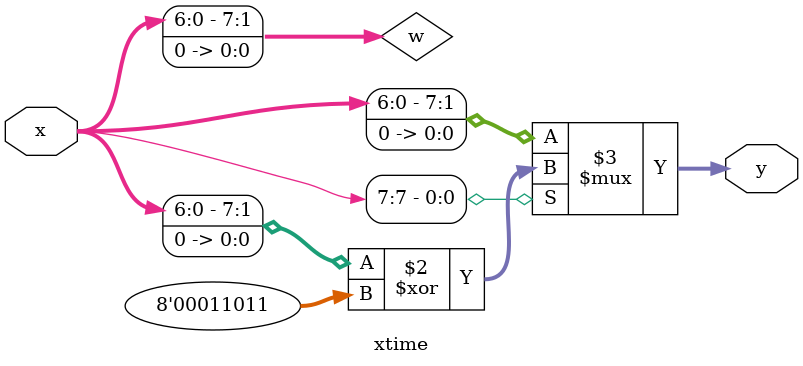
<source format=v>
module xtime (
	output [7:0] y,
	input [7:0] x
	);
	wire [7:0] w;
	assign w = x << 1;
	assign y = x[7]? w ^ 8'h1B : w;
endmodule
</source>
